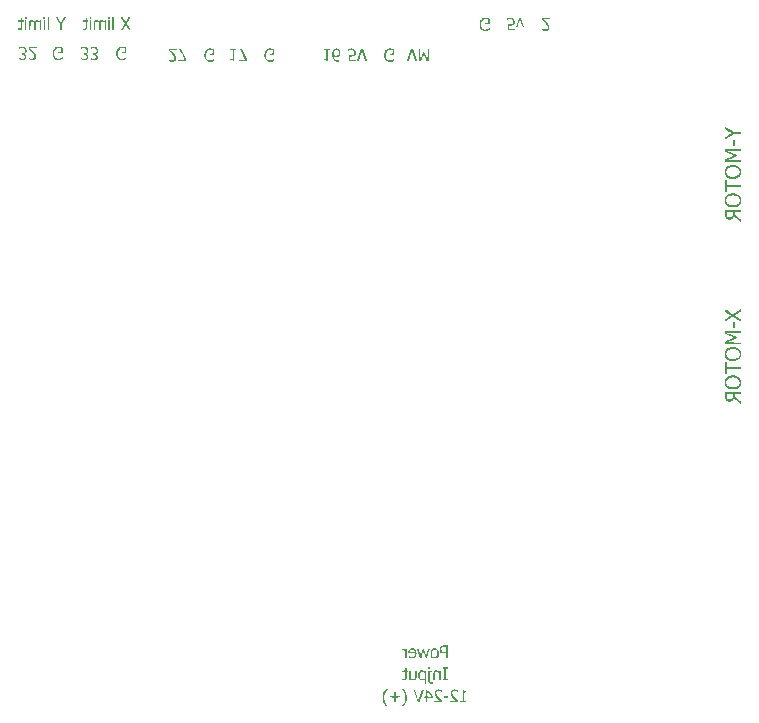
<source format=gbr>
G04 DipTrace Beta 4.1.9.0*
G04 BottomSilk.gbr*
%MOIN*%
G04 #@! TF.FileFunction,Legend,Bot*
G04 #@! TF.Part,Single*
%FSLAX26Y26*%
G04*
G70*
G90*
G75*
G01*
G04 BotSilk*
%LPD*%
G36*
X3095010Y1756578D2*
X3093697Y1755922D1*
X3089760Y1753297D1*
X3086479Y1751329D1*
X3082542Y1748704D1*
X3079261Y1746735D1*
X3075324Y1744111D1*
X3072044Y1742142D1*
X3070075Y1740830D1*
X3069275Y1740145D1*
X3068763Y1740174D1*
X3067450Y1741486D1*
X3060889Y1745423D1*
X3058920Y1746735D1*
X3049078Y1752641D1*
X3047109Y1753953D1*
X3043828Y1755922D1*
X3043172D1*
Y1748704D1*
X3043828Y1748048D1*
X3060233Y1738205D1*
X3062201Y1736893D1*
X3063513Y1736237D1*
X3062201Y1734924D1*
X3059576Y1733612D1*
X3057608Y1732300D1*
X3051046Y1728363D1*
X3049078Y1727050D1*
X3045797Y1725082D1*
X3043828Y1723770D1*
X3043172Y1723113D1*
Y1716552D1*
X3043828D1*
X3047109Y1718520D1*
X3051046Y1721145D1*
X3054327Y1723113D1*
X3056296Y1724426D1*
X3059576Y1726394D1*
X3063513Y1729019D1*
X3066794Y1730987D1*
X3067450Y1731644D1*
X3068325Y1732300D1*
X3069200D1*
X3070075Y1731644D1*
X3072044Y1730331D1*
X3075324Y1728363D1*
X3077293Y1727050D1*
X3083855Y1723113D1*
X3085823Y1721801D1*
X3092385Y1717864D1*
X3094353Y1716552D1*
X3095666D1*
Y1723113D1*
X3094353Y1724426D1*
X3084511Y1730331D1*
X3082542Y1731644D1*
X3075981Y1735581D1*
X3074668Y1736237D1*
Y1736893D1*
X3075981Y1737549D1*
X3079261Y1739518D1*
X3081230Y1740830D1*
X3084511Y1742798D1*
X3086479Y1744111D1*
X3093041Y1748048D1*
X3095010Y1749360D1*
X3095666Y1750016D1*
Y1756578D1*
X3095010D1*
G37*
G36*
X3070075Y1711959D2*
Y1692930D1*
X3075981D1*
Y1711959D1*
X3070075D1*
G37*
G36*
X3043172Y1683743D2*
Y1674557D1*
X3043828Y1673901D1*
X3045141Y1673245D1*
X3068763Y1662746D1*
X3070731Y1662090D1*
X3072044Y1661434D1*
Y1660777D1*
X3070731Y1660121D1*
X3068763Y1659465D1*
X3045797Y1649623D1*
X3043172Y1648310D1*
Y1639124D1*
X3095666D1*
Y1645029D1*
X3050390Y1645686D1*
X3051046Y1646342D1*
X3053015Y1646998D1*
X3058920Y1649623D1*
X3063513Y1651591D1*
X3075324Y1656840D1*
X3079918Y1658809D1*
X3081230Y1660121D1*
Y1663402D1*
X3077293Y1665371D1*
X3072700Y1667339D1*
X3066794Y1669964D1*
X3062201Y1671932D1*
X3056296Y1674557D1*
X3054327Y1675213D1*
X3050390Y1677182D1*
X3095666Y1677838D1*
Y1683743D1*
X3043172D1*
G37*
G36*
X3047109Y1622720D2*
Y1622064D1*
X3045141Y1620095D1*
X3042516Y1614846D1*
X3041860Y1612221D1*
Y1602379D1*
X3042516Y1599754D1*
X3043172Y1597785D1*
X3044485Y1595161D1*
X3045797Y1593192D1*
X3049734Y1589255D1*
X3051702Y1587943D1*
X3055639Y1585974D1*
X3057608Y1585318D1*
X3060233Y1584662D1*
X3064170Y1584006D1*
X3074012D1*
X3077949Y1584662D1*
X3080574Y1585318D1*
X3082542Y1585974D1*
X3087792Y1588599D1*
X3093041Y1593848D1*
X3094353Y1595817D1*
X3095010Y1597129D1*
X3096322Y1601066D1*
X3096978Y1605659D1*
Y1608940D1*
X3096322Y1612877D1*
X3095666Y1615502D1*
X3093697Y1619439D1*
X3092385Y1621407D1*
X3089104Y1624688D1*
X3087135Y1626001D1*
X3083198Y1627969D1*
X3079261Y1629281D1*
X3075981Y1629938D1*
X3062201D1*
X3058920Y1629281D1*
X3054983Y1627969D1*
X3052359Y1626657D1*
X3050390Y1625344D1*
X3047765Y1623376D1*
X3047109Y1622720D1*
X3062201D1*
X3066794Y1623376D1*
X3071387D1*
X3075981Y1622720D1*
X3079261Y1622064D1*
X3081230Y1621407D1*
X3085167Y1619439D1*
X3089760Y1614846D1*
Y1614190D1*
X3090416Y1612877D1*
X3091072Y1609596D1*
X3091729Y1608940D1*
Y1605003D1*
X3091072Y1604347D1*
X3090416Y1601722D1*
X3089104Y1599098D1*
Y1598441D1*
X3085823Y1595161D1*
X3080574Y1592536D1*
X3077949Y1591880D1*
X3074012Y1591224D1*
X3070731Y1590567D1*
X3067450D1*
X3064170Y1591224D1*
X3060233Y1591880D1*
X3056296Y1593192D1*
X3053671Y1594504D1*
X3053015Y1595161D1*
X3051702Y1595817D1*
X3049078Y1598441D1*
Y1599098D1*
X3048422Y1600410D1*
X3047765Y1602379D1*
X3047109Y1603035D1*
Y1611565D1*
X3047765Y1612221D1*
X3049078Y1614846D1*
Y1615502D1*
X3053015Y1619439D1*
X3056952Y1621407D1*
X3058920Y1622064D1*
X3062201Y1622720D1*
X3047109D1*
G37*
G36*
X3043172Y1580725D2*
Y1538730D1*
X3049078D1*
Y1555791D1*
X3095666Y1556447D1*
Y1563008D1*
X3049078Y1563665D1*
Y1580725D1*
X3043172D1*
G37*
G36*
X3047109Y1528232D2*
Y1527575D1*
X3045141Y1525607D1*
X3042516Y1520358D1*
X3041860Y1517733D1*
Y1507890D1*
X3042516Y1505266D1*
X3043172Y1503297D1*
X3044485Y1500672D1*
X3045797Y1498704D1*
X3049734Y1494767D1*
X3051702Y1493455D1*
X3055639Y1491486D1*
X3057608Y1490830D1*
X3060233Y1490174D1*
X3064170Y1489518D1*
X3074012D1*
X3077949Y1490174D1*
X3080574Y1490830D1*
X3082542Y1491486D1*
X3087792Y1494111D1*
X3093041Y1499360D1*
X3094353Y1501329D1*
X3095010Y1502641D1*
X3096322Y1506578D1*
X3096978Y1511171D1*
Y1514452D1*
X3096322Y1518389D1*
X3095666Y1521014D1*
X3093697Y1524951D1*
X3092385Y1526919D1*
X3089104Y1530200D1*
X3087135Y1531512D1*
X3083198Y1533481D1*
X3079261Y1534793D1*
X3075981Y1535449D1*
X3062201D1*
X3058920Y1534793D1*
X3054983Y1533481D1*
X3052359Y1532169D1*
X3050390Y1530856D1*
X3047765Y1528888D1*
X3047109Y1528232D1*
X3062201D1*
X3066794Y1528888D1*
X3071387D1*
X3075981Y1528232D1*
X3079261Y1527575D1*
X3081230Y1526919D1*
X3085167Y1524951D1*
X3089760Y1520358D1*
Y1519701D1*
X3090416Y1518389D1*
X3091072Y1515108D1*
X3091729Y1514452D1*
Y1510515D1*
X3091072Y1509859D1*
X3090416Y1507234D1*
X3089104Y1504609D1*
Y1503953D1*
X3085823Y1500672D1*
X3080574Y1498048D1*
X3077949Y1497392D1*
X3074012Y1496735D1*
X3070731Y1496079D1*
X3067450D1*
X3064170Y1496735D1*
X3060233Y1497392D1*
X3056296Y1498704D1*
X3053671Y1500016D1*
X3053015Y1500672D1*
X3051702Y1501329D1*
X3049078Y1503953D1*
Y1504609D1*
X3048422Y1505922D1*
X3047765Y1507890D1*
X3047109Y1508546D1*
Y1517077D1*
X3047765Y1517733D1*
X3049078Y1520358D1*
Y1521014D1*
X3053015Y1524951D1*
X3056952Y1526919D1*
X3058920Y1527575D1*
X3062201Y1528232D1*
X3047109D1*
G37*
G36*
X3043172Y1473770D2*
Y1459990D1*
X3044485Y1456053D1*
X3045141Y1454741D1*
X3047109Y1452116D1*
X3047765Y1451460D1*
X3049734Y1450148D1*
X3052359Y1448835D1*
X3055639Y1448179D1*
X3058920D1*
X3062201Y1448835D1*
X3064170Y1449491D1*
X3065482Y1450148D1*
X3067450Y1451460D1*
X3069419Y1453428D1*
X3070731Y1455397D1*
X3072044Y1458022D1*
X3072151Y1458529D1*
X3072553Y1459067D1*
X3072877Y1459051D1*
X3073356Y1458678D1*
X3077293Y1455397D1*
X3080574Y1452772D1*
X3084511Y1449491D1*
X3087792Y1446867D1*
X3091729Y1443586D1*
X3095010Y1440961D1*
X3095666D1*
Y1448835D1*
X3093041Y1451460D1*
X3090416Y1453428D1*
X3077293Y1463927D1*
X3075981Y1464583D1*
X3074668Y1465896D1*
Y1473770D1*
X3095666Y1474426D1*
Y1480987D1*
X3043172D1*
Y1473770D1*
X3048422D1*
X3055421Y1474426D1*
X3062420D1*
X3069419Y1473770D1*
Y1465239D1*
X3068763Y1464583D1*
X3068107Y1461302D1*
X3067450Y1459990D1*
Y1459334D1*
X3065482Y1457365D1*
X3062857Y1456053D1*
X3059795Y1455397D1*
X3056733D1*
X3053671Y1456053D1*
X3051046Y1457365D1*
X3049734Y1458678D1*
Y1459334D1*
X3049078Y1461302D1*
X3048422Y1473770D1*
X3043172D1*
G37*
G36*
Y2364190D2*
Y2356972D1*
X3045141Y2355659D1*
X3049734Y2353035D1*
X3053015Y2351066D1*
X3057608Y2348441D1*
X3060889Y2346473D1*
X3064826Y2344504D1*
X3066138Y2343192D1*
X3064826Y2342536D1*
X3060233Y2339911D1*
X3050390Y2334006D1*
X3045797Y2331381D1*
X3043828Y2330069D1*
X3043172Y2329413D1*
Y2322851D1*
X3043828D1*
X3047109Y2324819D1*
X3049078Y2326132D1*
X3068763Y2337943D1*
X3069419Y2338599D1*
X3072044Y2339911D1*
X3095666Y2340567D1*
Y2346473D1*
X3072700Y2347129D1*
X3068763Y2349098D1*
X3068107Y2349754D1*
X3061545Y2353691D1*
X3056952Y2356316D1*
X3050390Y2360253D1*
X3045797Y2362877D1*
X3043172Y2364190D1*
G37*
G36*
X3070075Y2318914D2*
Y2299885D1*
X3075981D1*
Y2318914D1*
X3070075D1*
G37*
G36*
X3043172Y2290699D2*
Y2281512D1*
X3043828Y2280856D1*
X3045141Y2280200D1*
X3068763Y2269701D1*
X3070731Y2269045D1*
X3072044Y2268389D1*
Y2267733D1*
X3070731Y2267077D1*
X3068763Y2266421D1*
X3045797Y2256578D1*
X3043172Y2255266D1*
Y2246079D1*
X3095666D1*
Y2251985D1*
X3050390Y2252641D1*
X3051046Y2253297D1*
X3053015Y2253953D1*
X3058920Y2256578D1*
X3063513Y2258546D1*
X3075324Y2263796D1*
X3079918Y2265764D1*
X3081230Y2267077D1*
Y2270358D1*
X3077293Y2272326D1*
X3072700Y2274295D1*
X3066794Y2276919D1*
X3062201Y2278888D1*
X3056296Y2281512D1*
X3054327Y2282169D1*
X3050390Y2284137D1*
X3095666Y2284793D1*
Y2290699D1*
X3043172D1*
G37*
G36*
X3047109Y2229675D2*
Y2229019D1*
X3045141Y2227050D1*
X3042516Y2221801D1*
X3041860Y2219176D1*
Y2209334D1*
X3042516Y2206709D1*
X3043172Y2204741D1*
X3044485Y2202116D1*
X3045797Y2200148D1*
X3049734Y2196211D1*
X3051702Y2194898D1*
X3055639Y2192930D1*
X3057608Y2192274D1*
X3060233Y2191617D1*
X3064170Y2190961D1*
X3074012D1*
X3077949Y2191617D1*
X3080574Y2192274D1*
X3082542Y2192930D1*
X3087792Y2195554D1*
X3093041Y2200804D1*
X3094353Y2202772D1*
X3095010Y2204085D1*
X3096322Y2208022D1*
X3096978Y2212615D1*
Y2215896D1*
X3096322Y2219833D1*
X3095666Y2222457D1*
X3093697Y2226394D1*
X3092385Y2228363D1*
X3089104Y2231644D1*
X3087135Y2232956D1*
X3083198Y2234924D1*
X3079261Y2236237D1*
X3075981Y2236893D1*
X3062201D1*
X3058920Y2236237D1*
X3054983Y2234924D1*
X3052359Y2233612D1*
X3050390Y2232300D1*
X3047765Y2230331D1*
X3047109Y2229675D1*
X3062201D1*
X3066794Y2230331D1*
X3071387D1*
X3075981Y2229675D1*
X3079261Y2229019D1*
X3081230Y2228363D1*
X3085167Y2226394D1*
X3089760Y2221801D1*
Y2221145D1*
X3090416Y2219833D1*
X3091072Y2216552D1*
X3091729Y2215896D1*
Y2211959D1*
X3091072Y2211302D1*
X3090416Y2208678D1*
X3089104Y2206053D1*
Y2205397D1*
X3085823Y2202116D1*
X3080574Y2199491D1*
X3077949Y2198835D1*
X3074012Y2198179D1*
X3070731Y2197523D1*
X3067450D1*
X3064170Y2198179D1*
X3060233Y2198835D1*
X3056296Y2200148D1*
X3053671Y2201460D1*
X3053015Y2202116D1*
X3051702Y2202772D1*
X3049078Y2205397D1*
Y2206053D1*
X3048422Y2207365D1*
X3047765Y2209334D1*
X3047109Y2209990D1*
Y2218520D1*
X3047765Y2219176D1*
X3049078Y2221801D1*
Y2222457D1*
X3053015Y2226394D1*
X3056952Y2228363D1*
X3058920Y2229019D1*
X3062201Y2229675D1*
X3047109D1*
G37*
G36*
X3043172Y2187680D2*
Y2145686D1*
X3049078D1*
Y2162746D1*
X3095666Y2163402D1*
Y2169964D1*
X3049078Y2170620D1*
Y2187680D1*
X3043172D1*
G37*
G36*
X3047109Y2135187D2*
Y2134531D1*
X3045141Y2132562D1*
X3042516Y2127313D1*
X3041860Y2124688D1*
Y2114846D1*
X3042516Y2112221D1*
X3043172Y2110253D1*
X3044485Y2107628D1*
X3045797Y2105659D1*
X3049734Y2101722D1*
X3051702Y2100410D1*
X3055639Y2098441D1*
X3057608Y2097785D1*
X3060233Y2097129D1*
X3064170Y2096473D1*
X3074012D1*
X3077949Y2097129D1*
X3080574Y2097785D1*
X3082542Y2098441D1*
X3087792Y2101066D1*
X3093041Y2106316D1*
X3094353Y2108284D1*
X3095010Y2109596D1*
X3096322Y2113533D1*
X3096978Y2118127D1*
Y2121407D1*
X3096322Y2125344D1*
X3095666Y2127969D1*
X3093697Y2131906D1*
X3092385Y2133875D1*
X3089104Y2137155D1*
X3087135Y2138468D1*
X3083198Y2140436D1*
X3079261Y2141749D1*
X3075981Y2142405D1*
X3062201D1*
X3058920Y2141749D1*
X3054983Y2140436D1*
X3052359Y2139124D1*
X3050390Y2137812D1*
X3047765Y2135843D1*
X3047109Y2135187D1*
X3062201D1*
X3066794Y2135843D1*
X3071387D1*
X3075981Y2135187D1*
X3079261Y2134531D1*
X3081230Y2133875D1*
X3085167Y2131906D1*
X3089760Y2127313D1*
Y2126657D1*
X3090416Y2125344D1*
X3091072Y2122064D1*
X3091729Y2121407D1*
Y2117470D1*
X3091072Y2116814D1*
X3090416Y2114190D1*
X3089104Y2111565D1*
Y2110909D1*
X3085823Y2107628D1*
X3080574Y2105003D1*
X3077949Y2104347D1*
X3074012Y2103691D1*
X3070731Y2103035D1*
X3067450D1*
X3064170Y2103691D1*
X3060233Y2104347D1*
X3056296Y2105659D1*
X3053671Y2106972D1*
X3053015Y2107628D1*
X3051702Y2108284D1*
X3049078Y2110909D1*
Y2111565D1*
X3048422Y2112877D1*
X3047765Y2114846D1*
X3047109Y2115502D1*
Y2124032D1*
X3047765Y2124688D1*
X3049078Y2127313D1*
Y2127969D1*
X3053015Y2131906D1*
X3056952Y2133875D1*
X3058920Y2134531D1*
X3062201Y2135187D1*
X3047109D1*
G37*
G36*
X3043172Y2080725D2*
Y2066945D1*
X3044485Y2063008D1*
X3045141Y2061696D1*
X3047109Y2059071D1*
X3047765Y2058415D1*
X3049734Y2057103D1*
X3052359Y2055791D1*
X3055639Y2055134D1*
X3058920D1*
X3062201Y2055791D1*
X3064170Y2056447D1*
X3065482Y2057103D1*
X3067450Y2058415D1*
X3069419Y2060384D1*
X3070731Y2062352D1*
X3072044Y2064977D1*
X3072151Y2065484D1*
X3072553Y2066022D1*
X3072877Y2066007D1*
X3073356Y2065633D1*
X3077293Y2062352D1*
X3080574Y2059728D1*
X3084511Y2056447D1*
X3087792Y2053822D1*
X3091729Y2050541D1*
X3095010Y2047917D1*
X3095666D1*
Y2055791D1*
X3093041Y2058415D1*
X3090416Y2060384D1*
X3077293Y2070882D1*
X3075981Y2071539D1*
X3074668Y2072851D1*
Y2080725D1*
X3095666Y2081381D1*
Y2087943D1*
X3043172D1*
Y2080725D1*
X3048422D1*
X3055421Y2081381D1*
X3062420D1*
X3069419Y2080725D1*
Y2072195D1*
X3068763Y2071539D1*
X3068107Y2068258D1*
X3067450Y2066945D1*
Y2066289D1*
X3065482Y2064321D1*
X3062857Y2063008D1*
X3059795Y2062352D1*
X3056733D1*
X3053671Y2063008D1*
X3051046Y2064321D1*
X3049734Y2065633D1*
Y2066289D1*
X3049078Y2068258D1*
X3048422Y2080725D1*
X3043172D1*
G37*
G36*
X1189235Y2624360D2*
Y2618586D1*
X1200784Y2606512D1*
X1203408Y2603363D1*
X1204983Y2601263D1*
X1207083Y2597064D1*
X1207608Y2596539D1*
Y2590239D1*
X1207083Y2589714D1*
X1206558Y2588665D1*
X1206386Y2588028D1*
X1206033Y2587615D1*
X1204983Y2587090D1*
X1204458Y2586565D1*
X1202884Y2586040D1*
X1200959Y2585515D1*
X1199034D1*
X1197109Y2586040D1*
X1193960Y2587090D1*
X1190810Y2588665D1*
X1190285Y2589190D1*
X1189760D1*
Y2583940D1*
X1190285Y2583415D1*
X1191335Y2582890D1*
X1195010Y2581840D1*
X1197634Y2581316D1*
X1203408D1*
X1205508Y2581840D1*
X1207083Y2582365D1*
X1208658Y2583415D1*
X1211282Y2586040D1*
X1212332Y2588140D1*
X1212857Y2589714D1*
Y2596539D1*
X1211807Y2599688D1*
X1210758Y2601788D1*
X1208658Y2604938D1*
X1204983Y2609137D1*
X1197634Y2616486D1*
X1196584Y2617011D1*
X1193960Y2619636D1*
X1214957Y2620161D1*
Y2624360D1*
X1189235D1*
G37*
G36*
X1223356D2*
X1223779Y2623682D1*
X1223881Y2623310D1*
X1230180Y2610712D1*
X1231230Y2609137D1*
X1239629Y2592339D1*
X1240679Y2590764D1*
X1242254Y2587615D1*
X1220731Y2586565D1*
Y2582365D1*
X1246978D1*
Y2588665D1*
X1230180Y2622260D1*
X1229130Y2623835D1*
X1228605Y2624360D1*
X1223356D1*
G37*
G36*
X1996584D2*
X1996059Y2623835D1*
X1989760Y2604938D1*
X1989235Y2603888D1*
X1982411Y2583415D1*
X1981886Y2582365D1*
X1987660D1*
X1988185Y2583415D1*
X1996584Y2608612D1*
X1997109Y2610712D1*
X1998684Y2615436D1*
Y2616486D1*
X1999246Y2616800D1*
X1999702Y2616766D1*
X2000259Y2616486D1*
Y2615436D1*
X2002884Y2607562D1*
X2003408Y2605462D1*
X2010758Y2583415D1*
X2011282Y2582365D1*
X2016532D1*
Y2582890D1*
X2016007Y2584465D1*
X2015482Y2585515D1*
X2008658Y2605987D1*
X2008133Y2607037D1*
X2002359Y2624360D1*
X1996584D1*
G37*
G36*
X2021256D2*
Y2582365D1*
X2028605D1*
X2029655Y2584465D1*
X2030180Y2586040D1*
X2031755Y2589190D1*
X2032280Y2590764D1*
X2033855Y2593914D1*
X2034380Y2595489D1*
X2036479Y2599688D1*
X2037004Y2601263D1*
X2038579Y2604413D1*
Y2605462D1*
X2038971Y2605800D1*
X2039243Y2605769D1*
X2039604Y2605410D1*
X2039885Y2604927D1*
X2040679Y2603363D1*
X2041204Y2601788D1*
X2042254Y2599688D1*
X2042779Y2598113D1*
X2043828Y2596014D1*
X2044353Y2594439D1*
X2045403Y2592339D1*
X2045928Y2590764D1*
X2046978Y2588665D1*
X2047503Y2587090D1*
X2048553Y2584990D1*
X2049078Y2583415D1*
X2049603Y2582365D1*
X2056952D1*
Y2624360D1*
X2052227D1*
Y2588665D1*
X2051671Y2588094D1*
X2051400Y2588179D1*
X2051063Y2588757D1*
X2051177Y2589190D1*
X2050128Y2591289D1*
X2049603Y2592864D1*
X2048028Y2596014D1*
X2047503Y2597588D1*
X2045928Y2600738D1*
X2045403Y2602313D1*
X2043828Y2605462D1*
X2043303Y2607037D1*
X2041729Y2610187D1*
X2041204Y2611762D1*
X2040679Y2612812D1*
X2037529D1*
X2037004Y2612287D1*
X2036479Y2610712D1*
X2034905Y2607562D1*
X2034380Y2605987D1*
X2032805Y2602838D1*
X2032280Y2601263D1*
X2031230Y2599163D1*
X2030705Y2597588D1*
X2029130Y2594439D1*
X2028605Y2592864D1*
X2027031Y2589714D1*
Y2588665D1*
X2026474Y2588094D1*
X2026202Y2588180D1*
X2025981Y2588665D1*
Y2624360D1*
X2021256D1*
G37*
G36*
X784511Y2731447D2*
Y2687877D1*
X789235D1*
Y2731447D1*
X784511D1*
G37*
G36*
X708920Y2729872D2*
Y2724623D1*
X714695D1*
Y2729872D1*
X708920D1*
G37*
G36*
X770863D2*
Y2724623D1*
X776637D1*
Y2729872D1*
X770863D1*
G37*
G36*
X811807D2*
X812857Y2728822D1*
Y2728297D1*
X813382Y2727247D1*
X814432Y2725672D1*
X814957Y2724623D1*
X816007Y2723048D1*
X816532Y2721998D1*
X817582Y2720423D1*
X818107Y2719373D1*
X819156Y2717798D1*
X819681Y2716749D1*
X820731Y2715174D1*
X821256Y2714124D1*
X822306Y2712549D1*
X822831Y2711499D1*
X823881Y2709924D1*
X824406Y2708875D1*
X825456Y2707300D1*
X825981Y2687877D1*
X831230D1*
Y2706250D1*
X832280Y2707300D1*
X833330Y2709400D1*
X834380Y2710974D1*
X834905Y2712024D1*
X835954Y2713599D1*
X836479Y2714649D1*
X837529Y2716224D1*
X838579Y2718323D1*
X839629Y2719898D1*
X840154Y2720948D1*
X841204Y2722523D1*
X841729Y2723573D1*
X842779Y2725148D1*
X843828Y2727247D1*
X844878Y2728822D1*
X845403Y2729872D1*
X839629D1*
X838579Y2728297D1*
X838054Y2727247D1*
X837004Y2725672D1*
X835954Y2723573D1*
X834905Y2721998D1*
X834380Y2720948D1*
X833330Y2719373D1*
X832280Y2717274D1*
X831230Y2715699D1*
X830705Y2714649D1*
X829655Y2713074D1*
X829391Y2712548D1*
X829086Y2712000D1*
X828573Y2711453D1*
X828303Y2711539D1*
X828080Y2712024D1*
X827031Y2713599D1*
X825981Y2715699D1*
X824931Y2717274D1*
X824406Y2718323D1*
X823356Y2719898D1*
X822831Y2720948D1*
X821781Y2722523D1*
X821256Y2723573D1*
X820206Y2725148D1*
X819156Y2727247D1*
X818107Y2728822D1*
X817582Y2729872D1*
X811807D1*
G37*
G36*
X696322Y2728297D2*
Y2719898D1*
X686348Y2719373D1*
Y2715174D1*
X696322Y2714649D1*
Y2696801D1*
X695797Y2696276D1*
Y2694176D1*
X694222Y2692602D1*
X693172Y2692077D1*
X691422Y2691552D1*
X689673D1*
X687923Y2692077D1*
X686348Y2692602D1*
Y2688402D1*
X686873Y2687877D1*
X689498Y2687352D1*
X694222D1*
X695797Y2687877D1*
X697897Y2688927D1*
X698947Y2689977D1*
X699996Y2691552D1*
X700521Y2693127D1*
X701046Y2695751D1*
Y2714649D1*
X704721Y2715174D1*
Y2719373D1*
X701046Y2719898D1*
Y2728297D1*
X696322D1*
G37*
G36*
X729393Y2720423D2*
X727818Y2719898D1*
X725718Y2718848D1*
X724668Y2717798D1*
X723618Y2716224D1*
X722569Y2713074D1*
Y2687877D1*
X727293D1*
X727818Y2712024D1*
Y2713074D1*
X729393Y2714649D1*
X730443Y2715174D1*
X731842Y2715699D1*
X733242D1*
X734642Y2715174D1*
X736217Y2714649D1*
X737267Y2714124D1*
X737792Y2713599D1*
X738842Y2713074D1*
X740416Y2711499D1*
Y2687877D1*
X745141D1*
X745666Y2711499D1*
Y2713074D1*
X747240Y2714649D1*
X748290Y2715174D1*
X749865Y2715699D1*
X751440D1*
X753015Y2715174D1*
X756164Y2713599D1*
X757214Y2712549D1*
X758264Y2712024D1*
Y2687877D1*
X762989D1*
Y2719373D1*
X758264D1*
Y2716749D1*
X757707Y2716178D1*
X757436Y2716264D1*
X757214Y2716749D1*
X755639Y2718323D1*
X754065Y2719373D1*
X753015Y2719898D1*
X751440Y2720423D1*
X747240D1*
X745666Y2719898D1*
X744616Y2719373D1*
X741991Y2716749D1*
X741726Y2716222D1*
X741422Y2715674D1*
X740909Y2715127D1*
X740639Y2715214D1*
X740416Y2715699D1*
X738317Y2717798D1*
X736742Y2718848D1*
X734642Y2719898D1*
X733067Y2720423D1*
X729393D1*
G37*
G36*
X709445Y2719373D2*
Y2687877D1*
X714170D1*
Y2719373D1*
X709445D1*
G37*
G36*
X771387D2*
Y2687877D1*
X776112D1*
Y2719373D1*
X771387D1*
G37*
G36*
X1000784Y2731447D2*
Y2687877D1*
X1005508D1*
Y2731447D1*
X1000784D1*
G37*
G36*
X925193Y2729872D2*
Y2724623D1*
X930968D1*
Y2729872D1*
X925193D1*
G37*
G36*
X987135D2*
Y2724623D1*
X992910D1*
Y2729872D1*
X987135D1*
G37*
G36*
X1029130D2*
Y2729347D1*
X1029655Y2728297D1*
X1031755Y2725148D1*
X1032280Y2724098D1*
X1035429Y2719373D1*
X1035954Y2718323D1*
X1038054Y2715174D1*
X1038579Y2714124D1*
X1040679Y2710974D1*
X1041204Y2709924D1*
X1041601Y2709218D1*
X1041548Y2708746D1*
X1041204Y2708350D1*
X1040679Y2707300D1*
X1038579Y2704150D1*
X1038054Y2703100D1*
X1037004Y2701525D1*
X1036479Y2700476D1*
X1035429Y2698901D1*
X1034905Y2697851D1*
X1032805Y2694701D1*
X1032280Y2693651D1*
X1031230Y2692077D1*
X1030705Y2691027D1*
X1029655Y2689452D1*
X1029130Y2688402D1*
Y2687877D1*
X1034905D1*
X1035429Y2688927D1*
X1036479Y2690502D1*
X1037004Y2691552D1*
X1038054Y2693127D1*
X1038579Y2694176D1*
X1039629Y2695751D1*
X1040154Y2696801D1*
X1041204Y2698376D1*
X1041729Y2699426D1*
X1042779Y2701001D1*
X1043303Y2702050D1*
X1044353Y2703625D1*
X1044439Y2704031D1*
X1044761Y2704462D1*
X1045020Y2704449D1*
X1045403Y2704150D1*
X1047503Y2701001D1*
X1048028Y2699951D1*
X1049078Y2698376D1*
X1049603Y2697326D1*
X1050653Y2695751D1*
X1051177Y2694701D1*
X1053277Y2691552D1*
X1053802Y2690502D1*
X1054852Y2688927D1*
X1055377Y2687877D1*
X1061151D1*
X1060626Y2688927D1*
X1058527Y2692077D1*
X1058002Y2693127D1*
X1055902Y2696276D1*
X1055377Y2697326D1*
X1052227Y2702050D1*
X1051702Y2703100D1*
X1049603Y2706250D1*
X1049078Y2707300D1*
X1048028Y2708350D1*
Y2709400D1*
X1049078Y2710449D1*
X1049603Y2711499D1*
X1050653Y2713074D1*
X1051177Y2714124D1*
X1052227Y2715699D1*
X1052752Y2716749D1*
X1054852Y2719898D1*
X1055377Y2720948D1*
X1056427Y2722523D1*
X1056952Y2723573D1*
X1058002Y2725148D1*
X1058527Y2726197D1*
X1059576Y2727772D1*
X1060626Y2729872D1*
X1054852D1*
X1054327Y2729347D1*
X1053802Y2728297D1*
X1052752Y2726722D1*
X1052227Y2725672D1*
X1051177Y2724098D1*
X1050653Y2723048D1*
X1049603Y2721473D1*
X1049078Y2720423D1*
X1048028Y2718848D1*
X1047503Y2717798D1*
X1046453Y2716224D1*
X1045928Y2715174D1*
Y2714649D1*
X1044878Y2713599D1*
X1044105Y2713652D1*
X1043670Y2714243D1*
X1043828Y2714649D1*
X1042779Y2716224D1*
X1042254Y2717274D1*
X1041204Y2718848D1*
X1040679Y2719898D1*
X1039629Y2721473D1*
X1039104Y2722523D1*
X1037004Y2725672D1*
X1036479Y2726722D1*
X1035429Y2728297D1*
X1034905Y2729347D1*
X1034380Y2729872D1*
X1029130D1*
G37*
G36*
X912595Y2728297D2*
Y2719898D1*
X902621Y2719373D1*
Y2715174D1*
X912595Y2714649D1*
Y2696801D1*
X912070Y2696276D1*
Y2694176D1*
X910495Y2692602D1*
X909445Y2692077D1*
X907695Y2691552D1*
X905946D1*
X904196Y2692077D1*
X902621Y2692602D1*
Y2688402D1*
X903146Y2687877D1*
X905771Y2687352D1*
X910495D1*
X912070Y2687877D1*
X914170Y2688927D1*
X915219Y2689977D1*
X916269Y2691552D1*
X916794Y2693127D1*
X917319Y2695751D1*
Y2714649D1*
X920994Y2715174D1*
Y2719373D1*
X917319Y2719898D1*
Y2728297D1*
X912595D1*
G37*
G36*
X945666Y2720423D2*
X944091Y2719898D1*
X941991Y2718848D1*
X940941Y2717798D1*
X939891Y2716224D1*
X938842Y2713074D1*
Y2687877D1*
X943566D1*
X944091Y2712024D1*
Y2713074D1*
X945666Y2714649D1*
X946716Y2715174D1*
X948115Y2715699D1*
X949515D1*
X950915Y2715174D1*
X952490Y2714649D1*
X953540Y2714124D1*
X954065Y2713599D1*
X955114Y2713074D1*
X956689Y2711499D1*
Y2687877D1*
X961414D1*
X961939Y2711499D1*
Y2713074D1*
X963513Y2714649D1*
X964563Y2715174D1*
X966138Y2715699D1*
X967713D1*
X969288Y2715174D1*
X972437Y2713599D1*
X973487Y2712549D1*
X974537Y2712024D1*
Y2687877D1*
X979261D1*
Y2719373D1*
X974537D1*
Y2716749D1*
X973980Y2716178D1*
X973709Y2716264D1*
X973487Y2716749D1*
X971912Y2718323D1*
X970338Y2719373D1*
X969288Y2719898D1*
X967713Y2720423D1*
X963513D1*
X961939Y2719898D1*
X960889Y2719373D1*
X958264Y2716749D1*
X957999Y2716222D1*
X957695Y2715674D1*
X957182Y2715127D1*
X956912Y2715214D1*
X956689Y2715699D1*
X954590Y2717798D1*
X953015Y2718848D1*
X950915Y2719898D1*
X949340Y2720423D1*
X945666D1*
G37*
G36*
X925718Y2719373D2*
Y2687877D1*
X930443D1*
Y2719373D1*
X925718D1*
G37*
G36*
X987660D2*
Y2687877D1*
X992385D1*
Y2719373D1*
X987660D1*
G37*
G36*
X1029655Y2631184D2*
X1027031Y2630659D1*
X1024931Y2630134D1*
X1021781Y2628560D1*
X1020206Y2627510D1*
X1017057Y2624360D1*
X1016007Y2622785D1*
X1014957Y2620686D1*
X1013907Y2617536D1*
X1013382Y2615436D1*
X1012857Y2611762D1*
Y2606512D1*
X1013382Y2602838D1*
X1013907Y2600738D1*
X1014432Y2599163D1*
X1016007Y2596014D1*
X1017057Y2594439D1*
X1021256Y2590239D1*
X1025456Y2588140D1*
X1027031Y2587615D1*
X1029655Y2587090D1*
X1036479D1*
X1039104Y2587615D1*
X1043828Y2589190D1*
X1045928Y2590239D1*
X1046453Y2590764D1*
Y2597064D1*
X1044878Y2596014D1*
X1043828Y2594964D1*
X1039629Y2592864D1*
X1038054Y2592339D1*
X1035954Y2591814D1*
X1033680Y2591289D1*
X1031405D1*
X1029130Y2591814D1*
X1025981Y2592864D1*
X1025456Y2593389D1*
X1024406Y2593914D1*
X1021256Y2597064D1*
Y2597588D1*
X1019681Y2600738D1*
X1019156Y2602838D1*
X1018632Y2605987D1*
X1018107Y2606512D1*
Y2611237D1*
X1018632Y2611762D1*
X1019156Y2615436D1*
X1019681Y2617536D1*
X1021256Y2620686D1*
Y2621211D1*
X1024406Y2624360D1*
X1027555Y2625935D1*
X1029130Y2626460D1*
X1031755Y2626985D1*
X1034380D1*
X1037004Y2626460D1*
X1040154Y2625935D1*
X1041204Y2625410D1*
X1041729Y2624885D1*
Y2614386D1*
X1031755Y2613861D1*
Y2609137D1*
X1046453D1*
Y2627510D1*
X1045928Y2628035D1*
X1044878Y2628560D1*
X1042254Y2629609D1*
X1038579Y2630659D1*
X1035954Y2631184D1*
X1029655D1*
G37*
G36*
X2094747Y630659D2*
X2093697Y629609D1*
X2092647Y627510D1*
X2092122Y625935D1*
Y619636D1*
X2092647Y618061D1*
X2094222Y614911D1*
X2097372Y611762D1*
X2100521Y610187D1*
X2102096Y609662D1*
X2104196Y609137D1*
X2113120Y608612D1*
Y593389D1*
X2117844D1*
Y635384D1*
X2103671D1*
X2101046Y634859D1*
X2099471Y634334D1*
X2097372Y633284D1*
X2095272Y631709D1*
X2094747Y631184D1*
Y630659D1*
X2103671D1*
X2106821Y631184D1*
X2109970D1*
X2113120Y630659D1*
Y613861D1*
X2110320Y613337D1*
X2107520D1*
X2104721Y613861D1*
X2102621Y614386D1*
X2101046Y614911D1*
X2098422Y617536D1*
Y618061D1*
X2097897Y619636D1*
X2097372Y620161D1*
Y625410D1*
X2097897Y625935D1*
X2098422Y626985D1*
Y627510D1*
X2099996Y629085D1*
X2102096Y630134D1*
X2103671Y630659D1*
X2094747D1*
G37*
G36*
X1990285Y621735D2*
X1989235Y620686D1*
X1988710Y619636D1*
X1987660Y616486D1*
Y609137D1*
X2009183Y608612D1*
Y604938D1*
X2008658Y604413D1*
X2008133Y602838D1*
X2007608Y601788D1*
Y601263D1*
X2005508Y599163D1*
X2003408Y598113D1*
X2001834Y597588D1*
X1999734Y597064D1*
X1997634D1*
X1993435Y598113D1*
X1991860Y598638D1*
X1988710Y600213D1*
X1988185Y600738D1*
Y595489D1*
X1988710Y594964D1*
X1991335Y593914D1*
X1995534Y592864D1*
X2001834D1*
X2003933Y593389D1*
X2005508Y593914D1*
X2007608Y594964D1*
X2009183Y596014D1*
X2011282Y598113D1*
X2013382Y602313D1*
X2013907Y604413D1*
X2014432Y608612D1*
Y609662D1*
X2013907Y614386D1*
X2012857Y617536D1*
X2011807Y619636D1*
X2010233Y621735D1*
X2009183Y622785D1*
X2006033Y624885D1*
X2004458Y625410D1*
X2002359Y625935D1*
X1997109D1*
X1995010Y625410D1*
X1992910Y624360D1*
X1990285Y621735D1*
X1997109D1*
X1999034Y622260D1*
X2000959D1*
X2002884Y621735D1*
X2004458Y621211D1*
X2005508Y620686D1*
X2007608Y618586D1*
Y618061D1*
X2008658Y615961D1*
X2009183Y615436D1*
Y613337D1*
X2003408Y612812D1*
X1997634D1*
X1991860Y613337D1*
X1991962Y613709D1*
X1992385Y614386D1*
X1992910Y617536D1*
X1993435Y618586D1*
Y619111D1*
X1995010Y620686D1*
X1997109Y621735D1*
X1990285D1*
G37*
G36*
X2064301Y621211D2*
Y620686D1*
X2063251Y619636D1*
X2062201Y617536D1*
X2061676Y615961D1*
X2061151Y613337D1*
Y604938D1*
X2061676Y602313D1*
X2062201Y600738D1*
X2063251Y598638D1*
X2064301Y597064D1*
X2066401Y594964D1*
X2067975Y593914D1*
X2070075Y592864D1*
X2072175Y592339D1*
X2077424D1*
X2079524Y592864D1*
X2082674Y594439D1*
X2085823Y597588D1*
X2087923Y601788D1*
X2088448Y603888D1*
Y614386D1*
X2087923Y616486D1*
X2085823Y620686D1*
X2082674Y623835D1*
X2079524Y625410D1*
X2077424Y625935D1*
X2072175D1*
X2070075Y625410D1*
X2067975Y624360D1*
X2066401Y623310D1*
X2064301Y621211D1*
X2072175D1*
X2073925Y621735D1*
X2075674D1*
X2077424Y621211D1*
X2078999Y620686D1*
X2080049Y620161D1*
X2081624Y618586D1*
Y618061D1*
X2082674Y615961D1*
X2083198Y613861D1*
X2083723Y613337D1*
Y604938D1*
X2083198Y604413D1*
X2082674Y602313D1*
X2081624Y600213D1*
Y599688D1*
X2080574Y598638D1*
X2079524Y598113D1*
X2078999Y597588D1*
X2077424Y597064D1*
X2075674Y596539D1*
X2073925D1*
X2072175Y597064D1*
X2070075Y598113D1*
X2067450Y600738D1*
Y601263D1*
X2066926Y602838D1*
X2066401Y605987D1*
X2065876Y606512D1*
Y611762D1*
X2066401Y612287D1*
X2066926Y615436D1*
X2067450Y617011D1*
Y617536D1*
X2070600Y620686D1*
X2072175Y621211D1*
X2064301D1*
G37*
G36*
X1965088Y624885D2*
Y619636D1*
X1970863Y619111D1*
X1972437Y618586D1*
X1974537Y617536D1*
X1975587Y616486D1*
X1976637Y615961D1*
Y593389D1*
X1981361D1*
Y624885D1*
X1976637D1*
Y620686D1*
X1976080Y620115D1*
X1975808Y620201D1*
X1975587Y620686D1*
X1974012Y622260D1*
X1972437Y623310D1*
X1970338Y624360D1*
X1968763Y624885D1*
X1965088D1*
G37*
G36*
X2017582D2*
Y623310D1*
X2024931Y593914D1*
X2025456Y593389D1*
X2029655D1*
X2030180Y594439D1*
X2031230Y597588D1*
X2031755Y599688D1*
X2033855Y605987D1*
X2034380Y608087D1*
X2036479Y614386D1*
X2037004Y616486D1*
X2037090Y616892D1*
X2037412Y617322D1*
X2037671Y617310D1*
X2038054Y617011D1*
X2038579Y614911D1*
X2040679Y608612D1*
X2041204Y606512D1*
X2042779Y601788D1*
X2043303Y599688D1*
X2045403Y593389D1*
X2050128D1*
X2053802Y608087D1*
X2054327Y609662D1*
X2058002Y624360D1*
Y624885D1*
X2052752D1*
X2052227Y622260D1*
X2051702Y620161D1*
X2051177Y617536D1*
X2050653Y615436D1*
X2050128Y612812D1*
X2049078Y608612D1*
X2048553Y605987D1*
X2048028Y603888D1*
X2047503Y601263D1*
X2046946Y600693D1*
X2046675Y600778D1*
X2046453Y601263D1*
Y602313D1*
X2045928Y603888D1*
X2045403Y605987D1*
X2043828Y610712D1*
X2043303Y612812D1*
X2042254Y615961D1*
X2041729Y618061D1*
X2040679Y621211D1*
X2040154Y623310D1*
X2039629Y624885D1*
X2035429D1*
X2034905Y623835D1*
X2034380Y621735D1*
X2032805Y617011D1*
X2032280Y614911D1*
X2030180Y608612D1*
X2029655Y606512D1*
X2028080Y601788D1*
Y600738D1*
X2027524Y600168D1*
X2027252Y600253D1*
X2027031Y600738D1*
Y602313D1*
X2025981Y607562D1*
X2025456Y609662D1*
X2023881Y617536D1*
X2023356Y619636D1*
X2022306Y624885D1*
X2017582D1*
G37*
G36*
X2054327Y561893D2*
Y556644D1*
X2059576D1*
Y561893D1*
X2054327D1*
G37*
G36*
X2101571D2*
Y558218D1*
X2107345Y557693D1*
Y524098D1*
X2101571Y523573D1*
Y519898D1*
X2117844D1*
Y523573D1*
X2112070Y524098D1*
Y557693D1*
X2117844Y558218D1*
Y561893D1*
X2101571D1*
G37*
G36*
X1976637Y560318D2*
Y551919D1*
X1966663Y551394D1*
Y547195D1*
X1976637Y546670D1*
Y528822D1*
X1976112Y528297D1*
Y526197D1*
X1974537Y524623D1*
X1973487Y524098D1*
X1971737Y523573D1*
X1969988D1*
X1968238Y524098D1*
X1966663Y524623D1*
Y520423D1*
X1967188Y519898D1*
X1969813Y519373D1*
X1974537D1*
X1976112Y519898D1*
X1978212Y520948D1*
X1979261Y521998D1*
X1980311Y523573D1*
X1980836Y525148D1*
X1981361Y527772D1*
Y546670D1*
X1985036Y547195D1*
Y551394D1*
X1981361Y551919D1*
Y560318D1*
X1976637D1*
G37*
G36*
X2022306Y547195D2*
X2022134Y546558D1*
X2021781Y546145D1*
X2021256Y545095D1*
X2020731Y543520D1*
X2020206Y540896D1*
Y532497D1*
X2020731Y529872D1*
X2021256Y528297D1*
X2022831Y525148D1*
X2023881Y523573D1*
X2025456Y521998D1*
X2027031Y520948D1*
X2029130Y519898D1*
X2030705Y519373D1*
X2035954D1*
X2039104Y520423D1*
X2040154Y520948D1*
X2040546Y521285D1*
X2040818Y521255D1*
X2041204Y520948D1*
Y508350D1*
X2045928D1*
Y551394D1*
X2041204D1*
Y548770D1*
X2040647Y548199D1*
X2040375Y548285D1*
X2040154Y548770D1*
X2039104Y549819D1*
X2037529Y550869D1*
X2035429Y551919D1*
X2033330Y552444D1*
X2029130D1*
X2027555Y551919D1*
X2025456Y550869D1*
X2022831Y548245D1*
X2022306Y547195D1*
X2030180D1*
X2031930Y547720D1*
X2033680D1*
X2035429Y547195D1*
X2037004Y546670D1*
X2039104Y545620D1*
X2040154Y544570D1*
X2041204Y544045D1*
Y525672D1*
X2039104Y524623D1*
X2037529Y524098D1*
X2035429Y523573D1*
X2033330D1*
X2031230Y524098D1*
X2029130Y525148D1*
X2026506Y527772D1*
Y528297D1*
X2025981Y529872D1*
X2025456Y532497D1*
X2024931Y533022D1*
Y538796D1*
X2025456Y539321D1*
X2025981Y541945D1*
X2026506Y543520D1*
X2027031Y544570D1*
Y545095D1*
X2028080Y546145D1*
X2030180Y547195D1*
X2022306D1*
G37*
G36*
X2077949Y552444D2*
X2076374Y551919D1*
X2074275Y550869D1*
X2072700Y549295D1*
X2071650Y547720D1*
X2070600Y544570D1*
Y519898D1*
X2075324D1*
X2075849Y543520D1*
X2076374Y545095D1*
X2076476Y545467D1*
X2076899Y546145D1*
X2078999Y547195D1*
X2080574Y547720D1*
X2082149D1*
X2085298Y546670D1*
X2087398Y545620D1*
X2087923Y545095D1*
X2088973Y544570D1*
X2090023Y543520D1*
Y519898D1*
X2094747D1*
Y551394D1*
X2090023D1*
Y548770D1*
X2089466Y548199D1*
X2089194Y548285D1*
X2088973Y548770D1*
X2088448Y549295D1*
X2085298Y551394D1*
X2082149Y552444D1*
X2077949D1*
G37*
G36*
X1989760Y551394D2*
Y519898D1*
X1994485D1*
Y522523D1*
X1994877Y522860D1*
X1995149Y522829D1*
X1995534Y522523D1*
X1997634Y520948D1*
X2000784Y519373D1*
X2002359Y518848D1*
X2006558D1*
X2008133Y519373D1*
X2010233Y520423D1*
X2012332Y522523D1*
X2013382Y524623D1*
X2013907Y526197D1*
X2014432Y529347D1*
Y551394D1*
X2009708D1*
X2009183Y530397D1*
X2008658Y527247D1*
Y526197D1*
X2007083Y524623D1*
X2006033Y524098D1*
X2004283Y523573D1*
X2002534D1*
X2000784Y524098D1*
X1999209Y524623D1*
X1997109Y525672D1*
X1996584Y526197D1*
X1995534Y526722D1*
X1994485Y527772D1*
Y551394D1*
X1989760D1*
G37*
G36*
X2054327D2*
Y516224D1*
X2054852Y514124D1*
X2055902Y512024D1*
X2058527Y509400D1*
X2060626Y508350D1*
X2062726Y507825D1*
X2067975D1*
X2069025Y508350D1*
Y512549D1*
X2068500D1*
X2066576Y512024D1*
X2064651D1*
X2062726Y512549D1*
X2060626Y513599D1*
Y514124D1*
X2059576Y516749D1*
X2059052Y517274D1*
Y546670D1*
X2064826Y547195D1*
Y551394D1*
X2054327D1*
G37*
G36*
X1912595Y489452D2*
X1910495Y487352D1*
X1907345Y482628D1*
X1904196Y476329D1*
X1903146Y473179D1*
X1902621Y471079D1*
X1902096Y467930D1*
Y455856D1*
X1902621Y452707D1*
X1903146Y450607D1*
X1904196Y447457D1*
X1907345Y441158D1*
X1908395Y439583D1*
X1908920Y438533D1*
X1910495Y436434D1*
X1912595Y434334D1*
X1918369D1*
X1915219Y438008D1*
X1913120Y440633D1*
X1912070Y442208D1*
X1909445Y447457D1*
X1907870Y452182D1*
X1907345Y454281D1*
X1906821Y457956D1*
X1906296Y458481D1*
Y465305D1*
X1906821Y465830D1*
X1907345Y469504D1*
X1907870Y471604D1*
X1909445Y476329D1*
X1912070Y481578D1*
X1915219Y485777D1*
X1918369Y489452D1*
X1912595D1*
G37*
G36*
X1965613D2*
X1969813Y485253D1*
Y484728D1*
X1971387Y482628D1*
X1971912Y481578D1*
X1972962Y480003D1*
X1974537Y476854D1*
X1976112Y472129D1*
X1976637Y470029D1*
X1977162Y467405D1*
X1977687Y466880D1*
Y456906D1*
X1977162Y456381D1*
X1976637Y453756D1*
X1976112Y451657D1*
X1974537Y446932D1*
X1972962Y443783D1*
X1971912Y442208D1*
X1971387Y441158D1*
X1969813Y439058D1*
X1965613Y434334D1*
X1971912D1*
X1972437Y434859D1*
X1975587Y439058D1*
X1976112Y440108D1*
X1977162Y441683D1*
X1979786Y446932D1*
X1980836Y450082D1*
X1981361Y452182D1*
X1981886Y454806D1*
X1982411Y460056D1*
Y463730D1*
X1981886Y468980D1*
X1981361Y471604D1*
X1980836Y473704D1*
X1979786Y476854D1*
X1977162Y482103D1*
X1976112Y483678D1*
X1975587Y484728D1*
X1972437Y488927D1*
X1971912Y489452D1*
X1965613D1*
G37*
G36*
X2084773Y488927D2*
X2082674Y488402D1*
X2079524Y486827D1*
X2077424Y484728D1*
X2076374Y483153D1*
X2075324Y480003D1*
Y474754D1*
X2075849Y472654D1*
X2076374Y471079D1*
X2077949Y467930D1*
X2078999Y466355D1*
X2080574Y464255D1*
X2094222Y450607D1*
X2073750Y450082D1*
Y445882D1*
X2099471D1*
Y451132D1*
X2088448Y462680D1*
X2085823Y465830D1*
X2083723Y468455D1*
X2082674Y470029D1*
X2081624Y472129D1*
X2081099Y474229D1*
X2080574Y474754D1*
Y479478D1*
X2081099Y480003D1*
Y481053D1*
X2083198Y483153D1*
X2085298Y484203D1*
X2087223Y484728D1*
X2089148D1*
X2091072Y484203D1*
X2093172Y483678D1*
X2094747Y483153D1*
X2096847Y482103D1*
X2097372Y481578D1*
X2098422Y481053D1*
Y486302D1*
X2097897Y486827D1*
X2096847Y487352D1*
X2095272Y487877D1*
X2093172Y488402D1*
X2090548Y488927D1*
X2084773D1*
G37*
G36*
X2137792D2*
X2135692Y488402D1*
X2132542Y486827D1*
X2130443Y484728D1*
X2129393Y483153D1*
X2128343Y480003D1*
Y474754D1*
X2128868Y472654D1*
X2129393Y471079D1*
X2130968Y467930D1*
X2132017Y466355D1*
X2133592Y464255D1*
X2147240Y450607D1*
X2126768Y450082D1*
Y445882D1*
X2152490D1*
Y451132D1*
X2141466Y462680D1*
X2138842Y465830D1*
X2136742Y468455D1*
X2135692Y470029D1*
X2134642Y472129D1*
X2134117Y474229D1*
X2133592Y474754D1*
Y479478D1*
X2134117Y480003D1*
Y481053D1*
X2136217Y483153D1*
X2138317Y484203D1*
X2140241Y484728D1*
X2142166D1*
X2144091Y484203D1*
X2146191Y483678D1*
X2147765Y483153D1*
X2149865Y482103D1*
X2150390Y481578D1*
X2151440Y481053D1*
Y486302D1*
X2150915Y486827D1*
X2149865Y487352D1*
X2148290Y487877D1*
X2146191Y488402D1*
X2143566Y488927D1*
X2137792D1*
G37*
G36*
X2003933Y487877D2*
X2004458Y487352D1*
Y486302D1*
X2004983Y485253D1*
X2011807Y464780D1*
X2012332Y463730D1*
X2018107Y446407D1*
X2018632Y445882D1*
X2024406D1*
X2030705Y464780D1*
X2031230Y465830D1*
X2038054Y486302D1*
X2038579Y487352D1*
Y487877D1*
X2032805D1*
X2023881Y461106D1*
X2023356Y459006D1*
X2021781Y454281D1*
X2021648Y453662D1*
X2021226Y453183D1*
X2020954Y453272D1*
X2020731Y453756D1*
X2017582Y463205D1*
X2017057Y465305D1*
X2009708Y487352D1*
X2009183Y487877D1*
X2003933D1*
G37*
G36*
X2045403Y481053D2*
Y465305D1*
X2040154Y464780D1*
Y460581D1*
X2045403Y460056D1*
Y445882D1*
X2050128D1*
Y460056D1*
X2069025Y460581D1*
Y466880D1*
X2065876Y470554D1*
X2061676Y475279D1*
X2054327Y483678D1*
X2050128Y487877D1*
X2045403D1*
Y481053D1*
X2050128D1*
X2050520Y481390D1*
X2050792Y481359D1*
X2051177Y481053D1*
X2054327Y477379D1*
X2061676Y468980D1*
X2065351Y465305D1*
X2060276Y464780D1*
X2055202D1*
X2050128Y465305D1*
Y481053D1*
X2045403D1*
G37*
G36*
X2168238Y487877D2*
Y450082D1*
X2160889Y449557D1*
Y445882D1*
X2180836D1*
Y449557D1*
X2173487Y450082D1*
Y478428D1*
X2180836Y478953D1*
Y482103D1*
X2177162Y482628D1*
X2175587Y483153D1*
X2173487Y484203D1*
Y484728D1*
X2172437Y487877D1*
X2168238D1*
G37*
G36*
X1940416Y480528D2*
Y466880D1*
X1925718Y466355D1*
Y462155D1*
X1940416Y461630D1*
Y447982D1*
X1944616D1*
Y461630D1*
X1958789Y462155D1*
Y466355D1*
X1944616Y466880D1*
Y480528D1*
X1940416D1*
G37*
G36*
X2105246Y466355D2*
Y461630D1*
X2120994D1*
Y466355D1*
X2105246D1*
G37*
G36*
X1524143Y2625410D2*
X1521519Y2624885D1*
X1519419Y2624360D1*
X1516269Y2622785D1*
X1514695Y2621735D1*
X1511545Y2618586D1*
X1510495Y2617011D1*
X1509445Y2614911D1*
X1508395Y2611762D1*
X1507870Y2609662D1*
X1507345Y2605987D1*
Y2600738D1*
X1507870Y2597064D1*
X1508395Y2594964D1*
X1508920Y2593389D1*
X1510495Y2590239D1*
X1511545Y2588665D1*
X1515744Y2584465D1*
X1519944Y2582365D1*
X1521519Y2581840D1*
X1524143Y2581316D1*
X1530968D1*
X1533592Y2581840D1*
X1538317Y2583415D1*
X1540416Y2584465D1*
X1540941Y2584990D1*
Y2591289D1*
X1539366Y2590239D1*
X1538317Y2589190D1*
X1534117Y2587090D1*
X1532542Y2586565D1*
X1530443Y2586040D1*
X1528168Y2585515D1*
X1525893D1*
X1523618Y2586040D1*
X1520469Y2587090D1*
X1519944Y2587615D1*
X1518894Y2588140D1*
X1515744Y2591289D1*
Y2591814D1*
X1514170Y2594964D1*
X1513645Y2597064D1*
X1513120Y2600213D1*
X1512595Y2600738D1*
Y2605462D1*
X1513120Y2605987D1*
X1513645Y2609662D1*
X1514170Y2611762D1*
X1515744Y2614911D1*
Y2615436D1*
X1518894Y2618586D1*
X1522044Y2620161D1*
X1523618Y2620686D1*
X1526243Y2621211D1*
X1528868D1*
X1531492Y2620686D1*
X1534642Y2620161D1*
X1535692Y2619636D1*
X1536217Y2619111D1*
Y2608612D1*
X1526243Y2608087D1*
Y2603363D1*
X1540941D1*
Y2621735D1*
X1540416Y2622260D1*
X1539366Y2622785D1*
X1536742Y2623835D1*
X1533067Y2624885D1*
X1530443Y2625410D1*
X1524143D1*
G37*
G36*
X1794485D2*
X1791335Y2624885D1*
X1788185Y2623835D1*
X1787135Y2623310D1*
X1786611Y2622785D1*
Y2617536D1*
X1787135D1*
X1787660Y2618061D1*
X1789760Y2619111D1*
X1794485Y2620686D1*
X1796409Y2621211D1*
X1798334D1*
X1800259Y2620686D1*
X1801834Y2620161D1*
X1802884Y2619636D1*
X1804983Y2617536D1*
Y2617011D1*
X1805508Y2615961D1*
X1806033Y2614386D1*
X1806558Y2613861D1*
Y2609137D1*
X1806033Y2608612D1*
X1805508Y2607037D1*
Y2606512D1*
X1803408Y2604413D1*
X1802359Y2603888D1*
X1800259Y2603363D1*
X1797634Y2602838D1*
X1795010D1*
X1792385Y2603363D1*
X1789235Y2603888D1*
X1788710D1*
Y2582365D1*
X1811282D1*
Y2586565D1*
X1793435Y2587090D1*
Y2598113D1*
X1801309Y2598638D1*
X1803933Y2599163D1*
X1807083Y2600738D1*
X1809708Y2603363D1*
X1811282Y2606512D1*
X1811807Y2609137D1*
Y2613337D1*
X1811282Y2615436D1*
X1810758Y2617011D1*
X1809183Y2620161D1*
X1806033Y2623310D1*
X1803933Y2624360D1*
X1802359Y2624885D1*
X1800259Y2625410D1*
X1794485D1*
G37*
G36*
X1829655Y2624360D2*
X1829130Y2623835D1*
X1822831Y2604938D1*
X1822306Y2603888D1*
X1815482Y2583415D1*
X1814957Y2582365D1*
X1820731D1*
X1821256Y2583415D1*
X1829655Y2608612D1*
X1830180Y2610712D1*
X1831755Y2615436D1*
Y2616486D1*
X1832317Y2616800D1*
X1832773Y2616766D1*
X1833330Y2616486D1*
Y2615436D1*
X1835954Y2607562D1*
X1836479Y2605462D1*
X1843828Y2583415D1*
X1844353Y2582365D1*
X1849603D1*
Y2582890D1*
X1849078Y2584465D1*
X1848553Y2585515D1*
X1841729Y2605987D1*
X1841204Y2607037D1*
X1835429Y2624360D1*
X1829655D1*
G37*
G36*
X1923093Y2625410D2*
X1920469Y2624885D1*
X1918369Y2624360D1*
X1915219Y2622785D1*
X1913645Y2621735D1*
X1910495Y2618586D1*
X1909445Y2617011D1*
X1908395Y2614911D1*
X1907345Y2611762D1*
X1906821Y2609662D1*
X1906296Y2605987D1*
Y2600738D1*
X1906821Y2597064D1*
X1907345Y2594964D1*
X1907870Y2593389D1*
X1909445Y2590239D1*
X1910495Y2588665D1*
X1914695Y2584465D1*
X1918894Y2582365D1*
X1920469Y2581840D1*
X1923093Y2581316D1*
X1929918D1*
X1932542Y2581840D1*
X1937267Y2583415D1*
X1939366Y2584465D1*
X1939891Y2584990D1*
Y2591289D1*
X1938317Y2590239D1*
X1937267Y2589190D1*
X1933067Y2587090D1*
X1931492Y2586565D1*
X1929393Y2586040D1*
X1927118Y2585515D1*
X1924843D1*
X1922569Y2586040D1*
X1919419Y2587090D1*
X1918894Y2587615D1*
X1917844Y2588140D1*
X1914695Y2591289D1*
Y2591814D1*
X1913120Y2594964D1*
X1912595Y2597064D1*
X1912070Y2600213D1*
X1911545Y2600738D1*
Y2605462D1*
X1912070Y2605987D1*
X1912595Y2609662D1*
X1913120Y2611762D1*
X1914695Y2614911D1*
Y2615436D1*
X1917844Y2618586D1*
X1920994Y2620161D1*
X1922569Y2620686D1*
X1925193Y2621211D1*
X1927818D1*
X1930443Y2620686D1*
X1933592Y2620161D1*
X1934642Y2619636D1*
X1935167Y2619111D1*
Y2608612D1*
X1925193Y2608087D1*
Y2603363D1*
X1939891D1*
Y2621735D1*
X1939366Y2622260D1*
X1938317Y2622785D1*
X1935692Y2623835D1*
X1932017Y2624885D1*
X1929393Y2625410D1*
X1923093D1*
G37*
G36*
X2241204Y2728297D2*
X2238579Y2727772D1*
X2236479Y2727247D1*
X2233330Y2725672D1*
X2231755Y2724623D1*
X2228605Y2721473D1*
X2227555Y2719898D1*
X2226506Y2717798D1*
X2225456Y2714649D1*
X2224931Y2712549D1*
X2224406Y2708875D1*
Y2703625D1*
X2224931Y2699951D1*
X2225456Y2697851D1*
X2225981Y2696276D1*
X2227555Y2693127D1*
X2228605Y2691552D1*
X2232805Y2687352D1*
X2237004Y2685253D1*
X2238579Y2684728D1*
X2241204Y2684203D1*
X2248028D1*
X2250653Y2684728D1*
X2255377Y2686302D1*
X2257477Y2687352D1*
X2258002Y2687877D1*
Y2694176D1*
X2256427Y2693127D1*
X2255377Y2692077D1*
X2251177Y2689977D1*
X2249603Y2689452D1*
X2247503Y2688927D1*
X2245228Y2688402D1*
X2242954D1*
X2240679Y2688927D1*
X2237529Y2689977D1*
X2237004Y2690502D1*
X2235954Y2691027D1*
X2232805Y2694176D1*
Y2694701D1*
X2231230Y2697851D1*
X2230705Y2699951D1*
X2230180Y2703100D1*
X2229655Y2703625D1*
Y2708350D1*
X2230180Y2708875D1*
X2230705Y2712549D1*
X2231230Y2714649D1*
X2232805Y2717798D1*
Y2718323D1*
X2235954Y2721473D1*
X2239104Y2723048D1*
X2240679Y2723573D1*
X2243303Y2724098D1*
X2245928D1*
X2248553Y2723573D1*
X2251702Y2723048D1*
X2252752Y2722523D1*
X2253277Y2721998D1*
Y2711499D1*
X2243303Y2710974D1*
Y2706250D1*
X2258002D1*
Y2724623D1*
X2257477Y2725148D1*
X2256427Y2725672D1*
X2253802Y2726722D1*
X2250128Y2727772D1*
X2247503Y2728297D1*
X2241204D1*
G37*
G36*
X2324668D2*
X2321519Y2727772D1*
X2318369Y2726722D1*
X2317319Y2726197D1*
X2316794Y2725672D1*
Y2720423D1*
X2317319D1*
X2317844Y2720948D1*
X2319944Y2721998D1*
X2324668Y2723573D1*
X2326593Y2724098D1*
X2328518D1*
X2330443Y2723573D1*
X2332017Y2723048D1*
X2333067Y2722523D1*
X2335167Y2720423D1*
Y2719898D1*
X2335692Y2718848D1*
X2336217Y2717274D1*
X2336742Y2716749D1*
Y2712024D1*
X2336217Y2711499D1*
X2335692Y2709924D1*
Y2709400D1*
X2333592Y2707300D1*
X2332542Y2706775D1*
X2330443Y2706250D1*
X2327818Y2705725D1*
X2325193D1*
X2322569Y2706250D1*
X2319419Y2706775D1*
X2318894D1*
Y2685253D1*
X2341466D1*
Y2689452D1*
X2323618Y2689977D1*
Y2701001D1*
X2331492Y2701525D1*
X2334117Y2702050D1*
X2337267Y2703625D1*
X2339891Y2706250D1*
X2341466Y2709400D1*
X2341991Y2712024D1*
Y2716224D1*
X2341466Y2718323D1*
X2340941Y2719898D1*
X2339366Y2723048D1*
X2336217Y2726197D1*
X2334117Y2727247D1*
X2332542Y2727772D1*
X2330443Y2728297D1*
X2324668D1*
G37*
G36*
X2357214Y2727247D2*
Y2726197D1*
X2356689Y2725672D1*
X2356164Y2724098D1*
X2355639Y2723048D1*
X2354065Y2718323D1*
X2353540Y2717274D1*
X2352490Y2714124D1*
X2351965Y2713074D1*
X2350915Y2709924D1*
X2350390Y2708875D1*
X2348815Y2704150D1*
X2348290Y2703100D1*
X2347240Y2699951D1*
X2346716Y2698901D1*
X2345666Y2695751D1*
X2350915D1*
X2351440Y2696801D1*
X2353015Y2701525D1*
X2353540Y2702575D1*
X2356689Y2712024D1*
X2357214Y2713074D1*
X2359314Y2719373D1*
X2359706Y2719710D1*
X2359971Y2719666D1*
X2360270Y2719232D1*
X2360364Y2718848D1*
X2361939Y2714124D1*
X2362464Y2713074D1*
X2365613Y2703625D1*
X2366138Y2702575D1*
X2368238Y2696276D1*
X2368763Y2695751D1*
X2373487D1*
Y2696276D1*
X2372437Y2699426D1*
X2371912Y2700476D1*
X2370863Y2703625D1*
X2370338Y2704675D1*
X2369288Y2707825D1*
X2368763Y2708875D1*
X2367713Y2712024D1*
X2367188Y2713074D1*
X2366138Y2716224D1*
X2365613Y2717274D1*
X2364563Y2720423D1*
X2364038Y2721473D1*
X2362464Y2726197D1*
X2361939Y2727247D1*
X2357214D1*
G37*
G36*
X2433330D2*
Y2721473D1*
X2444878Y2709400D1*
X2447503Y2706250D1*
X2449078Y2704150D1*
X2451177Y2699951D1*
X2451702Y2699426D1*
Y2693127D1*
X2451177Y2692602D1*
X2450653Y2691552D1*
X2450480Y2690915D1*
X2450128Y2690502D1*
X2449078Y2689977D1*
X2448553Y2689452D1*
X2446978Y2688927D1*
X2445053Y2688402D1*
X2443128D1*
X2441204Y2688927D1*
X2438054Y2689977D1*
X2434905Y2691552D1*
X2434380Y2692077D1*
X2433855D1*
Y2686827D1*
X2434380Y2686302D1*
X2435429Y2685777D1*
X2439104Y2684728D1*
X2441729Y2684203D1*
X2447503D1*
X2449603Y2684728D1*
X2451177Y2685253D1*
X2452752Y2686302D1*
X2455377Y2688927D1*
X2456427Y2691027D1*
X2456952Y2692602D1*
Y2699426D1*
X2455902Y2702575D1*
X2454852Y2704675D1*
X2452752Y2707825D1*
X2449078Y2712024D1*
X2441729Y2719373D1*
X2440679Y2719898D1*
X2438054Y2722523D1*
X2459052Y2723048D1*
Y2727247D1*
X2433330D1*
G37*
G36*
X1324143Y2625410D2*
X1321519Y2624885D1*
X1319419Y2624360D1*
X1316269Y2622785D1*
X1314695Y2621735D1*
X1311545Y2618586D1*
X1310495Y2617011D1*
X1309445Y2614911D1*
X1308395Y2611762D1*
X1307870Y2609662D1*
X1307345Y2605987D1*
Y2600738D1*
X1307870Y2597064D1*
X1308395Y2594964D1*
X1308920Y2593389D1*
X1310495Y2590239D1*
X1311545Y2588665D1*
X1315744Y2584465D1*
X1319944Y2582365D1*
X1321519Y2581840D1*
X1324143Y2581316D1*
X1330968D1*
X1333592Y2581840D1*
X1338317Y2583415D1*
X1340416Y2584465D1*
X1340941Y2584990D1*
Y2591289D1*
X1339366Y2590239D1*
X1338317Y2589190D1*
X1334117Y2587090D1*
X1332542Y2586565D1*
X1330443Y2586040D1*
X1328168Y2585515D1*
X1325893D1*
X1323618Y2586040D1*
X1320469Y2587090D1*
X1319944Y2587615D1*
X1318894Y2588140D1*
X1315744Y2591289D1*
Y2591814D1*
X1314170Y2594964D1*
X1313645Y2597064D1*
X1313120Y2600213D1*
X1312595Y2600738D1*
Y2605462D1*
X1313120Y2605987D1*
X1313645Y2609662D1*
X1314170Y2611762D1*
X1315744Y2614911D1*
Y2615436D1*
X1318894Y2618586D1*
X1322044Y2620161D1*
X1323618Y2620686D1*
X1326243Y2621211D1*
X1328868D1*
X1331492Y2620686D1*
X1334642Y2620161D1*
X1335692Y2619636D1*
X1336217Y2619111D1*
Y2608612D1*
X1326243Y2608087D1*
Y2603363D1*
X1340941D1*
Y2621735D1*
X1340416Y2622260D1*
X1339366Y2622785D1*
X1336742Y2623835D1*
X1333067Y2624885D1*
X1330443Y2625410D1*
X1324143D1*
G37*
G36*
X818107Y2631184D2*
X815482Y2630659D1*
X813382Y2630134D1*
X810233Y2628560D1*
X808658Y2627510D1*
X805508Y2624360D1*
X804458Y2622785D1*
X803408Y2620686D1*
X802359Y2617536D1*
X801834Y2615436D1*
X801309Y2611762D1*
Y2606512D1*
X801834Y2602838D1*
X802359Y2600738D1*
X802884Y2599163D1*
X804458Y2596014D1*
X805508Y2594439D1*
X809708Y2590239D1*
X813907Y2588140D1*
X815482Y2587615D1*
X818107Y2587090D1*
X824931D1*
X827555Y2587615D1*
X832280Y2589190D1*
X834380Y2590239D1*
X834905Y2590764D1*
Y2597064D1*
X833330Y2596014D1*
X832280Y2594964D1*
X828080Y2592864D1*
X826506Y2592339D1*
X824406Y2591814D1*
X822131Y2591289D1*
X819856D1*
X817582Y2591814D1*
X814432Y2592864D1*
X813907Y2593389D1*
X812857Y2593914D1*
X809708Y2597064D1*
Y2597588D1*
X808133Y2600738D1*
X807608Y2602838D1*
X807083Y2605987D1*
X806558Y2606512D1*
Y2611237D1*
X807083Y2611762D1*
X807608Y2615436D1*
X808133Y2617536D1*
X809708Y2620686D1*
Y2621211D1*
X812857Y2624360D1*
X816007Y2625935D1*
X817582Y2626460D1*
X820206Y2626985D1*
X822831D1*
X825456Y2626460D1*
X828605Y2625935D1*
X829655Y2625410D1*
X830180Y2624885D1*
Y2614386D1*
X820206Y2613861D1*
Y2609137D1*
X834905D1*
Y2627510D1*
X834380Y2628035D1*
X833330Y2628560D1*
X830705Y2629609D1*
X827031Y2630659D1*
X824406Y2631184D1*
X818107D1*
G37*
G36*
X1737792Y2620686D2*
X1736742Y2619636D1*
X1735167Y2616486D1*
X1734642Y2614911D1*
X1734117Y2612287D1*
X1733592Y2607562D1*
Y2604413D1*
X1734117Y2599163D1*
X1734642Y2596539D1*
X1735167Y2594439D1*
X1735692Y2592864D1*
X1737792Y2588665D1*
X1739366Y2586565D1*
X1740416Y2585515D1*
X1742516Y2583940D1*
X1745666Y2582365D1*
X1747240Y2581840D1*
X1749340Y2581316D1*
X1755639D1*
X1757214Y2581840D1*
Y2586565D1*
X1756689D1*
X1755114Y2586040D1*
X1753015Y2585515D1*
X1750915D1*
X1748815Y2586040D1*
X1745666Y2587090D1*
X1745141Y2587615D1*
X1744091Y2588140D1*
X1742516Y2589714D1*
Y2590239D1*
X1741466Y2591814D1*
X1740941Y2592864D1*
X1740416Y2594439D1*
X1739891Y2596539D1*
X1739366Y2597064D1*
Y2599688D1*
X1739758Y2600025D1*
X1740031Y2599995D1*
X1740416Y2599688D1*
X1742516Y2598638D1*
X1745666Y2597588D1*
X1750915D1*
X1753015Y2598113D1*
X1756164Y2599688D1*
X1758789Y2602313D1*
X1759839Y2604413D1*
X1760364Y2605987D1*
X1760889Y2608087D1*
Y2613337D1*
X1760364Y2615961D1*
X1758264Y2620161D1*
X1755114Y2623310D1*
X1751965Y2624885D1*
X1749865Y2625410D1*
X1745141D1*
X1743041Y2624885D1*
X1740941Y2623835D1*
X1739366Y2622785D1*
X1737792Y2621211D1*
Y2620686D1*
X1745141D1*
X1746891Y2621211D1*
X1748640D1*
X1750390Y2620686D1*
X1752490Y2619636D1*
X1754065Y2618061D1*
Y2617536D1*
X1754590Y2616486D1*
X1755114Y2614911D1*
X1755639Y2614386D1*
Y2608087D1*
X1755114Y2607562D1*
X1754590Y2605987D1*
Y2605462D1*
X1752490Y2603363D1*
X1750390Y2602313D1*
X1748290Y2601788D1*
X1746191D1*
X1744091Y2602313D1*
X1740941Y2603363D1*
X1739891Y2603888D1*
X1738842Y2604938D1*
Y2610187D1*
X1739366Y2610712D1*
X1739891Y2613861D1*
X1740416Y2615436D1*
X1741466Y2617536D1*
Y2618061D1*
X1743041Y2619636D1*
X1745141Y2620686D1*
X1737792D1*
G37*
G36*
X1705771Y2624360D2*
Y2620686D1*
X1713645Y2620161D1*
Y2591814D1*
X1705771Y2591289D1*
Y2588140D1*
X1709445Y2587615D1*
X1711545Y2587090D1*
X1712595Y2586565D1*
X1713645Y2585515D1*
Y2584990D1*
X1714170Y2583415D1*
X1714695Y2582365D1*
X1718369D1*
Y2620161D1*
X1725718Y2620686D1*
Y2624360D1*
X1705771D1*
G37*
G36*
X903671Y2631184D2*
X901046Y2630659D1*
X898947Y2630134D1*
X897372Y2629609D1*
X896322Y2629085D1*
X895797Y2628560D1*
Y2623310D1*
X899996Y2625410D1*
X901571Y2625935D1*
X903671Y2626460D1*
X905596Y2626985D1*
X907520D1*
X909445Y2626460D1*
X911020Y2625935D1*
X913120Y2624885D1*
X914170Y2623835D1*
Y2623310D1*
X915219Y2621211D1*
X915744Y2620686D1*
Y2614386D1*
X915219Y2613861D1*
Y2613337D1*
X913120Y2611237D1*
X912070Y2610712D1*
X910495Y2610187D1*
X904721Y2609662D1*
Y2605462D1*
X908920Y2604938D1*
X911020Y2604413D1*
X912070Y2603888D1*
X914170Y2601788D1*
Y2601263D1*
X914695Y2599688D1*
X915219Y2599163D1*
Y2596539D1*
X914695Y2596014D1*
X913645Y2593914D1*
X912070Y2592339D1*
X910495Y2591814D1*
X908395Y2591289D1*
X906296D1*
X904196Y2591814D1*
X901046Y2592864D1*
X897897Y2594439D1*
X897372Y2594964D1*
X896847D1*
Y2589714D1*
X897372Y2589190D1*
X898422Y2588665D1*
X899996Y2588140D1*
X902096Y2587615D1*
X904721Y2587090D1*
X911020D1*
X913120Y2587615D1*
X914695Y2588140D1*
X915744Y2588665D1*
X917844Y2590239D1*
X919419Y2592339D1*
X919944Y2593914D1*
X920469Y2596014D1*
Y2598113D1*
X919944Y2600213D1*
X919419Y2601788D1*
X917844Y2603888D1*
X917319Y2604413D1*
X915219Y2605987D1*
X913645Y2606512D1*
X912595Y2607037D1*
X913120Y2607562D1*
X916269Y2608612D1*
X917844Y2609662D1*
X918894Y2610712D1*
X919944Y2612287D1*
X920469Y2613337D1*
X920994Y2614911D1*
Y2621211D1*
X920469Y2622785D1*
X918894Y2625935D1*
X916269Y2628560D1*
X914695Y2629609D1*
X913645Y2630134D1*
X912070Y2630659D1*
X909970Y2631184D1*
X903671D1*
G37*
G36*
X935692D2*
X933067Y2630659D1*
X930968Y2630134D1*
X929393Y2629609D1*
X928343Y2629085D1*
X927818Y2628560D1*
Y2623310D1*
X932017Y2625410D1*
X933592Y2625935D1*
X935692Y2626460D1*
X937617Y2626985D1*
X939541D1*
X941466Y2626460D1*
X943041Y2625935D1*
X945141Y2624885D1*
X946191Y2623835D1*
Y2623310D1*
X947240Y2621211D1*
X947765Y2620686D1*
Y2614386D1*
X947240Y2613861D1*
Y2613337D1*
X945141Y2611237D1*
X944091Y2610712D1*
X942516Y2610187D1*
X936742Y2609662D1*
Y2605462D1*
X940941Y2604938D1*
X943041Y2604413D1*
X944091Y2603888D1*
X946191Y2601788D1*
Y2601263D1*
X946716Y2599688D1*
X947240Y2599163D1*
Y2596539D1*
X946716Y2596014D1*
X945666Y2593914D1*
X944091Y2592339D1*
X942516Y2591814D1*
X940416Y2591289D1*
X938317D1*
X936217Y2591814D1*
X933067Y2592864D1*
X929918Y2594439D1*
X929393Y2594964D1*
X928868D1*
Y2589714D1*
X929393Y2589190D1*
X930443Y2588665D1*
X932017Y2588140D1*
X934117Y2587615D1*
X936742Y2587090D1*
X943041D1*
X945141Y2587615D1*
X946716Y2588140D1*
X947765Y2588665D1*
X949865Y2590239D1*
X951440Y2592339D1*
X951965Y2593914D1*
X952490Y2596014D1*
Y2598113D1*
X951965Y2600213D1*
X951440Y2601788D1*
X949865Y2603888D1*
X949340Y2604413D1*
X947240Y2605987D1*
X945666Y2606512D1*
X944616Y2607037D1*
X945141Y2607562D1*
X948290Y2608612D1*
X949865Y2609662D1*
X950915Y2610712D1*
X951965Y2612287D1*
X952490Y2613337D1*
X953015Y2614911D1*
Y2621211D1*
X952490Y2622785D1*
X950915Y2625935D1*
X948290Y2628560D1*
X946716Y2629609D1*
X945666Y2630134D1*
X944091Y2630659D1*
X941991Y2631184D1*
X935692D1*
G37*
G36*
X697372D2*
X694747Y2630659D1*
X692647Y2630134D1*
X691072Y2629609D1*
X690023Y2629085D1*
X689498Y2628560D1*
Y2623310D1*
X693697Y2625410D1*
X695272Y2625935D1*
X697372Y2626460D1*
X699296Y2626985D1*
X701221D1*
X703146Y2626460D1*
X704721Y2625935D1*
X706821Y2624885D1*
X707870Y2623835D1*
Y2623310D1*
X708920Y2621211D1*
X709445Y2620686D1*
Y2614386D1*
X708920Y2613861D1*
Y2613337D1*
X706821Y2611237D1*
X705771Y2610712D1*
X704196Y2610187D1*
X698422Y2609662D1*
Y2605462D1*
X702621Y2604938D1*
X704721Y2604413D1*
X705771Y2603888D1*
X707870Y2601788D1*
Y2601263D1*
X708395Y2599688D1*
X708920Y2599163D1*
Y2596539D1*
X708395Y2596014D1*
X707345Y2593914D1*
X705771Y2592339D1*
X704196Y2591814D1*
X702096Y2591289D1*
X699996D1*
X697897Y2591814D1*
X694747Y2592864D1*
X691597Y2594439D1*
X691072Y2594964D1*
X690548D1*
Y2589714D1*
X691072Y2589190D1*
X692122Y2588665D1*
X693697Y2588140D1*
X695797Y2587615D1*
X698422Y2587090D1*
X704721D1*
X706821Y2587615D1*
X708395Y2588140D1*
X709445Y2588665D1*
X711545Y2590239D1*
X713120Y2592339D1*
X713645Y2593914D1*
X714170Y2596014D1*
Y2598113D1*
X713645Y2600213D1*
X713120Y2601788D1*
X711545Y2603888D1*
X711020Y2604413D1*
X708920Y2605987D1*
X707345Y2606512D1*
X706296Y2607037D1*
X706821Y2607562D1*
X709970Y2608612D1*
X711545Y2609662D1*
X712595Y2610712D1*
X713645Y2612287D1*
X714170Y2613337D1*
X714695Y2614911D1*
Y2621211D1*
X714170Y2622785D1*
X712595Y2625935D1*
X709970Y2628560D1*
X708395Y2629609D1*
X707345Y2630134D1*
X705771Y2630659D1*
X703671Y2631184D1*
X697372D1*
G37*
G36*
X722044Y2630134D2*
Y2624360D1*
X733592Y2612287D1*
X736217Y2609137D1*
X737792Y2607037D1*
X739891Y2602838D1*
X740416Y2602313D1*
Y2596014D1*
X739891Y2595489D1*
X739366Y2594439D1*
X739194Y2593802D1*
X738842Y2593389D1*
X737792Y2592864D1*
X737267Y2592339D1*
X735692Y2591814D1*
X733767Y2591289D1*
X731842D1*
X729918Y2591814D1*
X726768Y2592864D1*
X723618Y2594439D1*
X723093Y2594964D1*
X722569D1*
Y2589714D1*
X723093Y2589190D1*
X724143Y2588665D1*
X727818Y2587615D1*
X730443Y2587090D1*
X736217D1*
X738317Y2587615D1*
X739891Y2588140D1*
X741466Y2589190D1*
X744091Y2591814D1*
X745141Y2593914D1*
X745666Y2595489D1*
Y2602313D1*
X744616Y2605462D1*
X743566Y2607562D1*
X741466Y2610712D1*
X737792Y2614911D1*
X730443Y2622260D1*
X729393Y2622785D1*
X726768Y2625410D1*
X747765Y2625935D1*
Y2630134D1*
X722044D1*
G37*
G36*
X1393435Y2624360D2*
Y2620686D1*
X1401309Y2620161D1*
Y2591814D1*
X1393435Y2591289D1*
Y2588140D1*
X1397109Y2587615D1*
X1399209Y2587090D1*
X1400259Y2586565D1*
X1401309Y2585515D1*
Y2584990D1*
X1401834Y2583415D1*
X1402359Y2582365D1*
X1406033D1*
Y2620161D1*
X1413382Y2620686D1*
Y2624360D1*
X1393435D1*
G37*
G36*
X1424406D2*
X1424829Y2623682D1*
X1424931Y2623310D1*
X1431230Y2610712D1*
X1432280Y2609137D1*
X1440679Y2592339D1*
X1441729Y2590764D1*
X1443303Y2587615D1*
X1421781Y2586565D1*
Y2582365D1*
X1448028D1*
Y2588665D1*
X1431230Y2622260D1*
X1430180Y2623835D1*
X1429655Y2624360D1*
X1424406D1*
G37*
M02*

</source>
